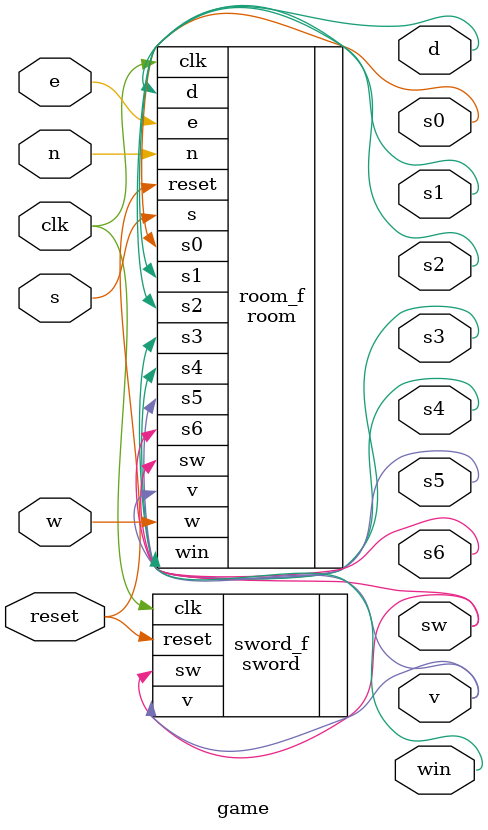
<source format=sv>
module game(
    input logic clk, n, s, e, w, reset, 
    output logic s0,s1,s2,sw,s3,s4,d,s5,win,s6,v
); 

    room room_f(
        .clk(clk),
        .n(n),
		  .s(s),
        .e(e),
        .w(w), 
        .v(v), 
        .reset(reset),
        .s0(s0),
        .s1(s1), 
        .s2(s2),
		  .sw(sw),
        .s3(s3),
        .s4(s4),
		  .d(d),
		  .s5(s5),
		  .win(win),
        .s6(s6),
    );     
    sword sword_f(
        .sw(sw),   
        .reset(reset),
        .clk(clk),
        .v(v)   
    ); 
    
    assign v = v; 
endmodule
</source>
